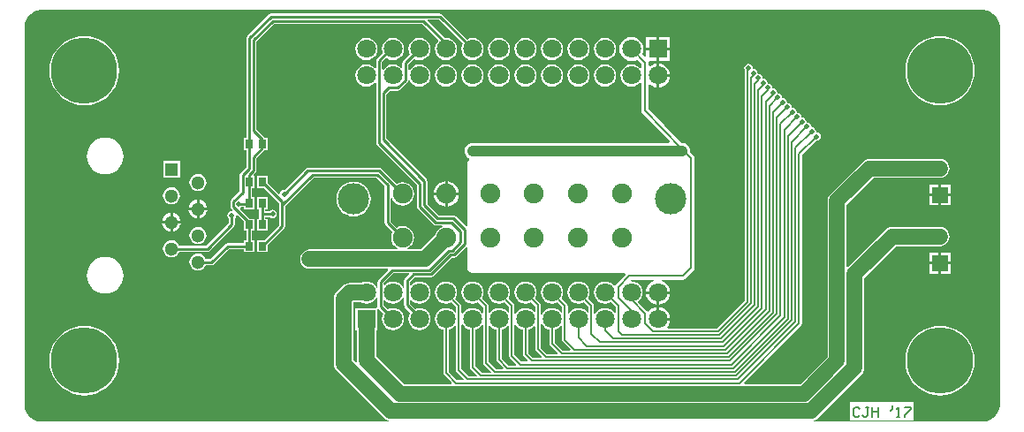
<source format=gtl>
G04 Layer_Physical_Order=1*
G04 Layer_Color=255*
%FSLAX25Y25*%
%MOIN*%
G70*
G01*
G75*
%ADD10R,0.02756X0.03347*%
%ADD11C,0.01000*%
%ADD12C,0.06000*%
%ADD13C,0.00800*%
%ADD14C,0.00700*%
%ADD15C,0.25000*%
%ADD16C,0.05118*%
%ADD17R,0.05118X0.05118*%
%ADD18C,0.07087*%
%ADD19R,0.07087X0.07087*%
%ADD20C,0.11811*%
%ADD21C,0.07480*%
%ADD22C,0.05905*%
%ADD23R,0.05905X0.05905*%
%ADD24C,0.02000*%
%ADD25C,0.03600*%
%ADD26C,0.04000*%
%ADD27C,0.04000*%
G36*
X11381Y-41066D02*
X12045Y-41931D01*
X12911Y-42595D01*
X13918Y-43013D01*
X13980Y-43021D01*
Y-48267D01*
X14058Y-48657D01*
X14279Y-48988D01*
X17130Y-51838D01*
X16938Y-52300D01*
X13153D01*
X10732Y-49880D01*
Y-40807D01*
X11232Y-40708D01*
X11381Y-41066D01*
D02*
G37*
G36*
X18923Y-41491D02*
Y-46856D01*
X19001Y-47246D01*
X19222Y-47577D01*
X22083Y-50438D01*
X21892Y-50900D01*
X19075D01*
X16020Y-47844D01*
Y-43021D01*
X16082Y-43013D01*
X17089Y-42595D01*
X17955Y-41931D01*
X18423Y-41321D01*
X18923Y-41491D01*
D02*
G37*
G36*
X2045Y-41931D02*
X2911Y-42595D01*
X3918Y-43013D01*
X3980Y-43021D01*
Y-52255D01*
X4058Y-52645D01*
X4279Y-52976D01*
X5941Y-54638D01*
X5750Y-55100D01*
X3540D01*
X929Y-52489D01*
Y-41268D01*
X1202Y-41146D01*
X1429Y-41129D01*
X2045Y-41931D01*
D02*
G37*
G36*
X8693Y-41791D02*
Y-50302D01*
X8771Y-50692D01*
X8992Y-51023D01*
X11207Y-53238D01*
X11016Y-53700D01*
X7887D01*
X6020Y-51833D01*
Y-43021D01*
X6082Y-43013D01*
X7090Y-42595D01*
X7955Y-41931D01*
X8193Y-41621D01*
X8693Y-41791D01*
D02*
G37*
G36*
X179165Y77457D02*
X180412Y76941D01*
X181535Y76190D01*
X182490Y75236D01*
X183240Y74113D01*
X183756Y72865D01*
X184020Y71541D01*
Y70866D01*
Y-70866D01*
Y-71541D01*
X183756Y-72865D01*
X183240Y-74113D01*
X182490Y-75236D01*
X181535Y-76190D01*
X180412Y-76941D01*
X179165Y-77457D01*
X177840Y-77721D01*
X113932D01*
X113863Y-77227D01*
X114739Y-76864D01*
X115491Y-76287D01*
X131775Y-60002D01*
X132352Y-59250D01*
X132715Y-58375D01*
X132839Y-57435D01*
X132839Y-57435D01*
Y-23498D01*
X144832Y-11505D01*
X161417D01*
X162357Y-11381D01*
X163233Y-11019D01*
X163985Y-10442D01*
X164562Y-9690D01*
X164925Y-8814D01*
X165048Y-7874D01*
X164925Y-6934D01*
X164562Y-6058D01*
X163985Y-5306D01*
X163233Y-4729D01*
X162357Y-4367D01*
X161417Y-4243D01*
X143328D01*
X142388Y-4367D01*
X141513Y-4729D01*
X140761Y-5306D01*
X126739Y-19328D01*
X126239Y-19189D01*
Y4090D01*
X136392Y14243D01*
X161417D01*
X162357Y14367D01*
X163233Y14729D01*
X163985Y15306D01*
X164562Y16059D01*
X164925Y16934D01*
X165048Y17874D01*
X164925Y18814D01*
X164562Y19690D01*
X163985Y20442D01*
X163233Y21019D01*
X162357Y21381D01*
X161417Y21505D01*
X134888D01*
X133948Y21381D01*
X133072Y21019D01*
X132320Y20442D01*
X120040Y8162D01*
X119463Y7410D01*
X119100Y6534D01*
X118977Y5594D01*
Y-53197D01*
X108685Y-63489D01*
X87616D01*
X87424Y-63027D01*
X108994Y-41457D01*
X109215Y-41126D01*
X109293Y-40736D01*
Y22862D01*
X114719Y28288D01*
X114877Y28257D01*
X115501Y28381D01*
X116030Y28735D01*
X116384Y29264D01*
X116508Y29888D01*
X116384Y30512D01*
X116030Y31042D01*
X115501Y31395D01*
X115128Y31469D01*
X114670Y31727D01*
X114546Y32351D01*
X114192Y32880D01*
X113663Y33234D01*
X113290Y33308D01*
X112831Y33565D01*
X112707Y34189D01*
X112354Y34719D01*
X111824Y35072D01*
X111451Y35146D01*
X110993Y35404D01*
X110869Y36028D01*
X110515Y36557D01*
X109986Y36911D01*
X109362Y37035D01*
X109154Y37242D01*
X109030Y37866D01*
X108677Y38396D01*
X108147Y38749D01*
X107774Y38823D01*
X107316Y39081D01*
X107192Y39705D01*
X106838Y40234D01*
X106309Y40588D01*
X105936Y40662D01*
X105477Y40919D01*
X105353Y41543D01*
X105000Y42072D01*
X104470Y42426D01*
X104097Y42500D01*
X103639Y42757D01*
X103515Y43382D01*
X103161Y43911D01*
X102632Y44265D01*
X102259Y44339D01*
X101800Y44596D01*
X101676Y45220D01*
X101323Y45750D01*
X100793Y46103D01*
X100421Y46177D01*
X99962Y46434D01*
X99838Y47059D01*
X99484Y47588D01*
X98955Y47942D01*
X98582Y48016D01*
X98124Y48273D01*
X97999Y48897D01*
X97646Y49426D01*
X97116Y49780D01*
X96744Y49854D01*
X96285Y50111D01*
X96161Y50736D01*
X95807Y51265D01*
X95278Y51619D01*
X94905Y51693D01*
X94446Y51950D01*
X94322Y52574D01*
X93969Y53103D01*
X93439Y53457D01*
X93067Y53531D01*
X92608Y53788D01*
X92484Y54413D01*
X92130Y54942D01*
X91601Y55295D01*
X91228Y55370D01*
X90769Y55627D01*
X90645Y56251D01*
X90292Y56780D01*
X89763Y57134D01*
X89138Y57258D01*
X88514Y57134D01*
X87985Y56780D01*
X87631Y56251D01*
X87507Y55627D01*
X87631Y55002D01*
X87654Y54968D01*
Y-32047D01*
X77201Y-42500D01*
X58653D01*
X58407Y-42000D01*
X58969Y-41268D01*
X59426Y-40162D01*
X59517Y-39476D01*
X55000D01*
Y-38976D01*
X54500D01*
Y-34460D01*
X53814Y-34550D01*
X52709Y-35008D01*
X51760Y-35736D01*
X51462Y-36124D01*
X50847Y-36104D01*
X50846Y-36103D01*
X47499Y-32756D01*
X47531Y-32257D01*
X47955Y-31931D01*
X48619Y-31066D01*
X49037Y-30058D01*
X49179Y-28976D01*
X49037Y-27895D01*
X48619Y-26887D01*
X47955Y-26021D01*
X47089Y-25357D01*
X46082Y-24940D01*
X45022Y-24800D01*
X44964Y-24728D01*
X44753Y-24326D01*
X44890Y-24141D01*
X53494D01*
X53593Y-24642D01*
X52709Y-25008D01*
X51760Y-25736D01*
X51031Y-26685D01*
X50574Y-27790D01*
X50483Y-28476D01*
X59517D01*
X59426Y-27790D01*
X58969Y-26685D01*
X58240Y-25736D01*
X57291Y-25008D01*
X56407Y-24642D01*
X56506Y-24141D01*
X64457D01*
X64457Y-24141D01*
X65003Y-24033D01*
X65466Y-23723D01*
X68423Y-20767D01*
X68423Y-20767D01*
X68733Y-20304D01*
X68841Y-19758D01*
Y21701D01*
X68841Y21701D01*
X68733Y22247D01*
X68423Y22710D01*
X68423Y22710D01*
X67144Y23989D01*
X67199Y24409D01*
X67096Y25193D01*
X66794Y25922D01*
X66313Y26549D01*
X65686Y27030D01*
X64956Y27332D01*
X64173Y27435D01*
X64169Y27435D01*
X64165Y27435D01*
X63778D01*
X51466Y40251D01*
Y49268D01*
X51966Y49515D01*
X52709Y48945D01*
X53814Y48487D01*
X54500Y48397D01*
Y52913D01*
Y57430D01*
X53814Y57340D01*
X52709Y56882D01*
X51966Y56312D01*
X51466Y56559D01*
Y57875D01*
X51444Y57984D01*
X51762Y58370D01*
X54500D01*
Y62413D01*
X50457D01*
Y60129D01*
X49995Y59937D01*
X49068Y60864D01*
X49426Y61727D01*
X49582Y62913D01*
X49426Y64099D01*
X48969Y65205D01*
X48240Y66154D01*
X47291Y66882D01*
X46186Y67340D01*
X45000Y67496D01*
X43814Y67340D01*
X42709Y66882D01*
X41760Y66154D01*
X41031Y65205D01*
X40574Y64099D01*
X40418Y62913D01*
X40574Y61727D01*
X41031Y60622D01*
X41760Y59673D01*
X42709Y58945D01*
X43814Y58487D01*
X45000Y58331D01*
X46186Y58487D01*
X47050Y58845D01*
X48611Y57284D01*
Y55791D01*
X48138Y55630D01*
X47955Y55868D01*
X47089Y56533D01*
X46082Y56950D01*
X45000Y57092D01*
X43918Y56950D01*
X42911Y56533D01*
X42045Y55868D01*
X41381Y55003D01*
X40963Y53995D01*
X40821Y52913D01*
X40963Y51832D01*
X41381Y50824D01*
X42045Y49958D01*
X42911Y49294D01*
X43918Y48877D01*
X45000Y48734D01*
X46082Y48877D01*
X47089Y49294D01*
X47955Y49958D01*
X48138Y50196D01*
X48611Y50036D01*
Y39677D01*
X48663Y39417D01*
X48709Y39157D01*
X48717Y39145D01*
X48720Y39130D01*
X48867Y38910D01*
X49009Y38688D01*
X59377Y27895D01*
X59181Y27435D01*
X-14921D01*
X-15704Y27332D01*
X-16434Y27030D01*
X-17061Y26549D01*
X-17542Y25922D01*
X-17844Y25193D01*
X-17947Y24409D01*
X-17844Y23626D01*
X-17542Y22896D01*
X-17061Y22270D01*
X-16434Y21789D01*
X-16314Y21739D01*
X-16228Y21162D01*
X-16589Y20801D01*
X-16889Y20077D01*
Y19686D01*
Y-3899D01*
X-17389Y-4106D01*
X-21303Y-192D01*
X-21666Y51D01*
X-22096Y137D01*
X-22096Y137D01*
X-27705D01*
X-32023Y4455D01*
Y13127D01*
X-32108Y13556D01*
X-32351Y13920D01*
X-32351Y13920D01*
X-47499Y29068D01*
Y45857D01*
X-46207Y47148D01*
X-43077D01*
X-43077Y47148D01*
X-42647Y47234D01*
X-42284Y47477D01*
X-39485Y50275D01*
X-39242Y50639D01*
X-39191Y50898D01*
X-38671Y50949D01*
X-38619Y50824D01*
X-37955Y49958D01*
X-37089Y49294D01*
X-36082Y48877D01*
X-35000Y48734D01*
X-33918Y48877D01*
X-32910Y49294D01*
X-32045Y49958D01*
X-31381Y50824D01*
X-30963Y51832D01*
X-30821Y52913D01*
X-30963Y53995D01*
X-31381Y55003D01*
X-32045Y55868D01*
X-32910Y56533D01*
X-33918Y56950D01*
X-35000Y57092D01*
X-36082Y56950D01*
X-37089Y56533D01*
X-37955Y55868D01*
X-38619Y55003D01*
X-38657Y54912D01*
X-39157Y55011D01*
Y57170D01*
X-37050Y59278D01*
X-36082Y58877D01*
X-35000Y58734D01*
X-33918Y58877D01*
X-32910Y59294D01*
X-32045Y59958D01*
X-31381Y60824D01*
X-30963Y61832D01*
X-30821Y62913D01*
X-30963Y63995D01*
X-31381Y65003D01*
X-32045Y65868D01*
X-32910Y66533D01*
X-33918Y66950D01*
X-35000Y67092D01*
X-36082Y66950D01*
X-37089Y66533D01*
X-37955Y65868D01*
X-38619Y65003D01*
X-39037Y63995D01*
X-39179Y62913D01*
X-39037Y61832D01*
X-38636Y60864D01*
X-41072Y58428D01*
X-41315Y58064D01*
X-41400Y57635D01*
X-41400Y57635D01*
Y55806D01*
X-41873Y55645D01*
X-42045Y55868D01*
X-42911Y56533D01*
X-43918Y56950D01*
X-45000Y57092D01*
X-46082Y56950D01*
X-47089Y56533D01*
X-47955Y55868D01*
X-48599Y55030D01*
X-48651Y55027D01*
X-49099Y55250D01*
Y58041D01*
X-47517Y59623D01*
X-47089Y59294D01*
X-46082Y58877D01*
X-45000Y58734D01*
X-43918Y58877D01*
X-42911Y59294D01*
X-42045Y59958D01*
X-41381Y60824D01*
X-40963Y61832D01*
X-40821Y62913D01*
X-40963Y63995D01*
X-41381Y65003D01*
X-42045Y65868D01*
X-42911Y66533D01*
X-43918Y66950D01*
X-45000Y67092D01*
X-46082Y66950D01*
X-47089Y66533D01*
X-47955Y65868D01*
X-48619Y65003D01*
X-49037Y63995D01*
X-49179Y62913D01*
X-49037Y61832D01*
X-48874Y61438D01*
X-51013Y59299D01*
X-51256Y58935D01*
X-51342Y58506D01*
X-51342Y58506D01*
Y55773D01*
X-51842Y55603D01*
X-52045Y55868D01*
X-52911Y56533D01*
X-53918Y56950D01*
X-55000Y57092D01*
X-56082Y56950D01*
X-57090Y56533D01*
X-57955Y55868D01*
X-58619Y55003D01*
X-59037Y53995D01*
X-59179Y52913D01*
X-59037Y51832D01*
X-58619Y50824D01*
X-57955Y49958D01*
X-57090Y49294D01*
X-56082Y48877D01*
X-55000Y48734D01*
X-53918Y48877D01*
X-52911Y49294D01*
X-52045Y49958D01*
X-51842Y50223D01*
X-51342Y50054D01*
Y27427D01*
X-51342Y27427D01*
X-51256Y26998D01*
X-51013Y26634D01*
X-35866Y11486D01*
Y3327D01*
X-35866Y3327D01*
X-35781Y2898D01*
X-35537Y2534D01*
X-29625Y-3378D01*
X-29625Y-3378D01*
X-29261Y-3621D01*
X-28832Y-3706D01*
X-28832Y-3706D01*
X-26439D01*
X-26340Y-4206D01*
X-26992Y-4477D01*
X-27899Y-5172D01*
X-28594Y-6079D01*
X-29032Y-7135D01*
X-29066Y-7395D01*
X-34396Y-12726D01*
X-39454D01*
X-39553Y-12226D01*
X-39150Y-12059D01*
X-38243Y-11363D01*
X-37547Y-10457D01*
X-37110Y-9401D01*
X-36961Y-8268D01*
X-37110Y-7135D01*
X-37547Y-6079D01*
X-38243Y-5172D01*
X-39150Y-4477D01*
X-40206Y-4039D01*
X-41339Y-3890D01*
X-42472Y-4039D01*
X-43527Y-4477D01*
X-43536Y-4484D01*
X-45836Y-2184D01*
Y6478D01*
X-45336Y6577D01*
X-45130Y6079D01*
X-44434Y5172D01*
X-43527Y4477D01*
X-42472Y4039D01*
X-41339Y3890D01*
X-40206Y4039D01*
X-39150Y4477D01*
X-38243Y5172D01*
X-37547Y6079D01*
X-37110Y7135D01*
X-36961Y8268D01*
X-37110Y9401D01*
X-37547Y10457D01*
X-38243Y11363D01*
X-39150Y12059D01*
X-40206Y12496D01*
X-41339Y12645D01*
X-42472Y12496D01*
X-43527Y12059D01*
X-43569Y12027D01*
X-49376Y17834D01*
X-49740Y18077D01*
X-50169Y18162D01*
X-50169Y18162D01*
X-77080D01*
X-77080Y18162D01*
X-77509Y18077D01*
X-77873Y17834D01*
X-77873Y17834D01*
X-85960Y9746D01*
X-85998Y9754D01*
X-86622Y9630D01*
X-87152Y9276D01*
X-87505Y8747D01*
X-87579Y8376D01*
X-88117Y8206D01*
X-92319Y12408D01*
Y15073D01*
X-96275D01*
Y10527D01*
X-93610D01*
X-87886Y4803D01*
Y3923D01*
X-87886Y3923D01*
X-87886Y3923D01*
Y-3482D01*
X-93610Y-9206D01*
X-96275D01*
Y-13753D01*
X-92319D01*
Y-11088D01*
X-85971Y-4740D01*
X-85971Y-4740D01*
X-85728Y-4376D01*
X-85643Y-3947D01*
Y3459D01*
X-74782Y14319D01*
X-51297D01*
X-48079Y11102D01*
Y-2648D01*
X-48079Y-2648D01*
X-47994Y-3078D01*
X-47751Y-3442D01*
X-45123Y-6070D01*
X-45130Y-6079D01*
X-45567Y-7135D01*
X-45716Y-8268D01*
X-45567Y-9401D01*
X-45130Y-10457D01*
X-44434Y-11363D01*
X-43527Y-12059D01*
X-43124Y-12226D01*
X-43223Y-12726D01*
X-76412D01*
X-77352Y-12850D01*
X-78227Y-13213D01*
X-78979Y-13790D01*
X-79556Y-14541D01*
X-79919Y-15417D01*
X-80043Y-16357D01*
X-79919Y-17297D01*
X-79556Y-18173D01*
X-78979Y-18925D01*
X-78227Y-19502D01*
X-77352Y-19864D01*
X-76412Y-19988D01*
X-46956D01*
X-46765Y-20450D01*
X-50436Y-24121D01*
X-50679Y-24485D01*
X-50765Y-24915D01*
X-50765Y-24915D01*
Y-27067D01*
X-51265Y-27167D01*
X-51381Y-26887D01*
X-52045Y-26021D01*
X-52911Y-25357D01*
X-53918Y-24940D01*
X-55000Y-24797D01*
X-56082Y-24940D01*
X-57061Y-25345D01*
X-61357D01*
X-62297Y-25469D01*
X-63173Y-25832D01*
X-63925Y-26409D01*
X-66219Y-28704D01*
X-66796Y-29456D01*
X-67159Y-30331D01*
X-67283Y-31271D01*
Y-55820D01*
X-67159Y-56760D01*
X-66796Y-57635D01*
X-66219Y-58387D01*
X-48320Y-76287D01*
X-48320Y-76287D01*
X-47567Y-76864D01*
X-46692Y-77227D01*
X-46761Y-77721D01*
X-177840D01*
X-179165Y-77457D01*
X-180412Y-76941D01*
X-181535Y-76190D01*
X-182490Y-75236D01*
X-183240Y-74113D01*
X-183756Y-72865D01*
X-184020Y-71541D01*
Y-70866D01*
Y70866D01*
Y71541D01*
X-183756Y72865D01*
X-183240Y74113D01*
X-182490Y75236D01*
X-181535Y76190D01*
X-180412Y76941D01*
X-179165Y77457D01*
X-177840Y77721D01*
X177840D01*
X179165Y77457D01*
D02*
G37*
G36*
X-16889Y-11868D02*
Y-20077D01*
X-16589Y-20801D01*
X-16036Y-21354D01*
X-15313Y-21654D01*
X42463D01*
X42671Y-22153D01*
X38950Y-25874D01*
X38728Y-26207D01*
X38175Y-26308D01*
X37955Y-26021D01*
X37089Y-25357D01*
X36082Y-24940D01*
X35000Y-24797D01*
X33918Y-24940D01*
X32910Y-25357D01*
X32045Y-26021D01*
X31381Y-26887D01*
X30963Y-27895D01*
X30821Y-28976D01*
X30963Y-30058D01*
X31381Y-31066D01*
X32045Y-31931D01*
X32910Y-32596D01*
X33918Y-33013D01*
X35000Y-33155D01*
X36082Y-33013D01*
X37089Y-32596D01*
X37139Y-32557D01*
X38953Y-34371D01*
Y-36500D01*
X38453Y-36670D01*
X37955Y-36021D01*
X37089Y-35357D01*
X36082Y-34940D01*
X35000Y-34797D01*
X33918Y-34940D01*
X32910Y-35357D01*
X32045Y-36021D01*
X31381Y-36887D01*
X31370Y-36914D01*
X30869Y-36815D01*
Y-33826D01*
X30792Y-33436D01*
X30571Y-33105D01*
X28581Y-31115D01*
X28619Y-31066D01*
X29037Y-30058D01*
X29179Y-28976D01*
X29037Y-27895D01*
X28619Y-26887D01*
X27955Y-26021D01*
X27090Y-25357D01*
X26082Y-24940D01*
X25000Y-24797D01*
X23918Y-24940D01*
X22910Y-25357D01*
X22045Y-26021D01*
X21381Y-26887D01*
X20963Y-27895D01*
X20821Y-28976D01*
X20963Y-30058D01*
X21381Y-31066D01*
X22045Y-31931D01*
X22910Y-32596D01*
X23918Y-33013D01*
X25000Y-33155D01*
X26082Y-33013D01*
X27090Y-32596D01*
X27139Y-32557D01*
X28830Y-34249D01*
Y-36341D01*
X28330Y-36511D01*
X27955Y-36021D01*
X27090Y-35357D01*
X26082Y-34940D01*
X25000Y-34797D01*
X23918Y-34940D01*
X22910Y-35357D01*
X22045Y-36021D01*
X21463Y-36780D01*
X20997Y-36671D01*
X20963Y-36652D01*
Y-33919D01*
X20885Y-33529D01*
X20664Y-33198D01*
X18581Y-31115D01*
X18619Y-31066D01*
X19037Y-30058D01*
X19179Y-28976D01*
X19037Y-27895D01*
X18619Y-26887D01*
X17955Y-26021D01*
X17089Y-25357D01*
X16082Y-24940D01*
X15000Y-24797D01*
X13918Y-24940D01*
X12911Y-25357D01*
X12045Y-26021D01*
X11381Y-26887D01*
X10963Y-27895D01*
X10821Y-28976D01*
X10963Y-30058D01*
X11381Y-31066D01*
X12045Y-31931D01*
X12911Y-32596D01*
X13918Y-33013D01*
X15000Y-33155D01*
X16082Y-33013D01*
X17089Y-32596D01*
X17139Y-32557D01*
X18923Y-34342D01*
Y-36462D01*
X18423Y-36632D01*
X17955Y-36021D01*
X17089Y-35357D01*
X16082Y-34940D01*
X15000Y-34797D01*
X13918Y-34940D01*
X12911Y-35357D01*
X12045Y-36021D01*
X11381Y-36887D01*
X11232Y-37245D01*
X10732Y-37146D01*
Y-33689D01*
X10655Y-33299D01*
X10434Y-32968D01*
X8581Y-31115D01*
X8619Y-31066D01*
X9037Y-30058D01*
X9179Y-28976D01*
X9037Y-27895D01*
X8619Y-26887D01*
X7955Y-26021D01*
X7090Y-25357D01*
X6082Y-24940D01*
X5000Y-24797D01*
X3918Y-24940D01*
X2911Y-25357D01*
X2045Y-26021D01*
X1381Y-26887D01*
X963Y-27895D01*
X821Y-28976D01*
X963Y-30058D01*
X1381Y-31066D01*
X2045Y-31931D01*
X2911Y-32596D01*
X3918Y-33013D01*
X5000Y-33155D01*
X6082Y-33013D01*
X7090Y-32596D01*
X7139Y-32557D01*
X8693Y-34111D01*
Y-36162D01*
X8193Y-36332D01*
X7955Y-36021D01*
X7090Y-35357D01*
X6082Y-34940D01*
X5000Y-34797D01*
X3918Y-34940D01*
X2911Y-35357D01*
X2045Y-36021D01*
X1429Y-36824D01*
X1202Y-36807D01*
X929Y-36685D01*
Y-33886D01*
X852Y-33496D01*
X631Y-33165D01*
X-1419Y-31115D01*
X-1381Y-31066D01*
X-963Y-30058D01*
X-821Y-28976D01*
X-963Y-27895D01*
X-1381Y-26887D01*
X-2045Y-26021D01*
X-2911Y-25357D01*
X-3918Y-24940D01*
X-5000Y-24797D01*
X-6082Y-24940D01*
X-7090Y-25357D01*
X-7955Y-26021D01*
X-8619Y-26887D01*
X-9037Y-27895D01*
X-9179Y-28976D01*
X-9037Y-30058D01*
X-8619Y-31066D01*
X-7955Y-31931D01*
X-7090Y-32596D01*
X-6082Y-33013D01*
X-5000Y-33155D01*
X-3918Y-33013D01*
X-2911Y-32596D01*
X-2861Y-32557D01*
X-1110Y-34308D01*
Y-36419D01*
X-1610Y-36588D01*
X-2045Y-36021D01*
X-2911Y-35357D01*
X-3918Y-34940D01*
X-5000Y-34797D01*
X-6082Y-34940D01*
X-7090Y-35357D01*
X-7955Y-36021D01*
X-8407Y-36610D01*
X-8907Y-36440D01*
Y-34050D01*
X-8984Y-33660D01*
X-9205Y-33329D01*
X-11419Y-31115D01*
X-11381Y-31066D01*
X-10963Y-30058D01*
X-10821Y-28976D01*
X-10963Y-27895D01*
X-11381Y-26887D01*
X-12045Y-26021D01*
X-12911Y-25357D01*
X-13918Y-24940D01*
X-15000Y-24797D01*
X-16082Y-24940D01*
X-17089Y-25357D01*
X-17955Y-26021D01*
X-18619Y-26887D01*
X-19037Y-27895D01*
X-19179Y-28976D01*
X-19037Y-30058D01*
X-18619Y-31066D01*
X-17955Y-31931D01*
X-17089Y-32596D01*
X-16082Y-33013D01*
X-15000Y-33155D01*
X-13918Y-33013D01*
X-12911Y-32596D01*
X-12861Y-32557D01*
X-10946Y-34473D01*
Y-36669D01*
X-11109Y-36751D01*
X-11446Y-36802D01*
X-12045Y-36021D01*
X-12911Y-35357D01*
X-13918Y-34940D01*
X-15000Y-34797D01*
X-16082Y-34940D01*
X-17089Y-35357D01*
X-17955Y-36021D01*
X-18611Y-36877D01*
X-18645Y-36881D01*
X-19111Y-36768D01*
Y-33845D01*
X-19189Y-33455D01*
X-19410Y-33125D01*
X-21419Y-31115D01*
X-21381Y-31066D01*
X-20963Y-30058D01*
X-20821Y-28976D01*
X-20963Y-27895D01*
X-21381Y-26887D01*
X-22045Y-26021D01*
X-22910Y-25357D01*
X-23918Y-24940D01*
X-25000Y-24797D01*
X-26082Y-24940D01*
X-27090Y-25357D01*
X-27955Y-26021D01*
X-28619Y-26887D01*
X-29037Y-27895D01*
X-29179Y-28976D01*
X-29037Y-30058D01*
X-28619Y-31066D01*
X-27955Y-31931D01*
X-27090Y-32596D01*
X-26082Y-33013D01*
X-25000Y-33155D01*
X-23918Y-33013D01*
X-22910Y-32596D01*
X-22861Y-32557D01*
X-21150Y-34268D01*
Y-36366D01*
X-21651Y-36536D01*
X-22045Y-36021D01*
X-22910Y-35357D01*
X-23918Y-34940D01*
X-25000Y-34797D01*
X-26082Y-34940D01*
X-27090Y-35357D01*
X-27955Y-36021D01*
X-28619Y-36887D01*
X-29037Y-37895D01*
X-29179Y-38976D01*
X-29037Y-40058D01*
X-28619Y-41066D01*
X-27955Y-41931D01*
X-27090Y-42595D01*
X-26082Y-43013D01*
X-26020Y-43021D01*
Y-59367D01*
X-25942Y-59757D01*
X-25721Y-60087D01*
X-22782Y-63027D01*
X-22973Y-63489D01*
X-40835D01*
X-51369Y-52954D01*
Y-43120D01*
X-50857D01*
Y-35397D01*
X-50669Y-35276D01*
X-50357Y-35206D01*
X-48636Y-36927D01*
X-49037Y-37895D01*
X-49179Y-38976D01*
X-49037Y-40058D01*
X-48619Y-41066D01*
X-47955Y-41931D01*
X-47089Y-42595D01*
X-46082Y-43013D01*
X-45000Y-43155D01*
X-43918Y-43013D01*
X-42911Y-42595D01*
X-42045Y-41931D01*
X-41381Y-41066D01*
X-40963Y-40058D01*
X-40821Y-38976D01*
X-40963Y-37895D01*
X-41381Y-36887D01*
X-42045Y-36021D01*
X-42911Y-35357D01*
X-43918Y-34940D01*
X-45000Y-34797D01*
X-46082Y-34940D01*
X-47050Y-35341D01*
X-48522Y-33869D01*
Y-31971D01*
X-48048Y-31810D01*
X-47955Y-31931D01*
X-47089Y-32596D01*
X-46082Y-33013D01*
X-45000Y-33155D01*
X-43918Y-33013D01*
X-42911Y-32596D01*
X-42045Y-31931D01*
X-41381Y-31066D01*
X-41285Y-30835D01*
X-40785Y-30935D01*
Y-33764D01*
X-40785Y-33764D01*
X-40700Y-34193D01*
X-40457Y-34557D01*
X-38405Y-36608D01*
X-38619Y-36887D01*
X-39037Y-37895D01*
X-39179Y-38976D01*
X-39037Y-40058D01*
X-38619Y-41066D01*
X-37955Y-41931D01*
X-37089Y-42595D01*
X-36082Y-43013D01*
X-35000Y-43155D01*
X-33918Y-43013D01*
X-32910Y-42595D01*
X-32045Y-41931D01*
X-31381Y-41066D01*
X-30963Y-40058D01*
X-30821Y-38976D01*
X-30963Y-37895D01*
X-31381Y-36887D01*
X-32045Y-36021D01*
X-32910Y-35357D01*
X-33918Y-34940D01*
X-35000Y-34797D01*
X-36082Y-34940D01*
X-36662Y-35180D01*
X-38542Y-33299D01*
Y-31944D01*
X-38069Y-31783D01*
X-37955Y-31931D01*
X-37089Y-32596D01*
X-36082Y-33013D01*
X-35000Y-33155D01*
X-33918Y-33013D01*
X-32910Y-32596D01*
X-32045Y-31931D01*
X-31381Y-31066D01*
X-30963Y-30058D01*
X-30821Y-28976D01*
X-30963Y-27895D01*
X-31381Y-26887D01*
X-32045Y-26021D01*
X-32910Y-25357D01*
X-33918Y-24940D01*
X-35000Y-24797D01*
X-36082Y-24940D01*
X-37089Y-25357D01*
X-37955Y-26021D01*
X-38069Y-26170D01*
X-38542Y-26009D01*
Y-24915D01*
X-36806Y-23179D01*
X-30531D01*
X-30531Y-23179D01*
X-30102Y-23093D01*
X-29738Y-22850D01*
X-22723Y-15834D01*
X-22027D01*
X-22027Y-15834D01*
X-21597Y-15749D01*
X-21234Y-15506D01*
X-17389Y-11661D01*
X-16889Y-11868D01*
D02*
G37*
G36*
X-50765Y-30885D02*
Y-34333D01*
X-50765Y-34333D01*
X-50757Y-34374D01*
X-51175Y-34833D01*
X-59143D01*
Y-43120D01*
X-58631D01*
Y-54458D01*
X-58549Y-55080D01*
X-59023Y-55314D01*
X-60021Y-54316D01*
Y-32775D01*
X-59853Y-32607D01*
X-57061D01*
X-56082Y-33013D01*
X-55000Y-33155D01*
X-53918Y-33013D01*
X-52911Y-32596D01*
X-52045Y-31931D01*
X-51381Y-31066D01*
X-51265Y-30786D01*
X-50765Y-30885D01*
D02*
G37*
G36*
X-38840Y-22040D02*
X-40457Y-23658D01*
X-40700Y-24021D01*
X-40785Y-24451D01*
X-40785Y-24451D01*
Y-27018D01*
X-41285Y-27117D01*
X-41381Y-26887D01*
X-42045Y-26021D01*
X-42911Y-25357D01*
X-43918Y-24940D01*
X-45000Y-24797D01*
X-46082Y-24940D01*
X-47089Y-25357D01*
X-47955Y-26021D01*
X-48048Y-26143D01*
X-48522Y-25982D01*
Y-25379D01*
X-44721Y-21579D01*
X-39031D01*
X-38840Y-22040D01*
D02*
G37*
G36*
X-18611Y-41076D02*
X-17955Y-41931D01*
X-17089Y-42595D01*
X-16082Y-43013D01*
X-16020Y-43021D01*
Y-57177D01*
X-15942Y-57567D01*
X-15721Y-57898D01*
X-13380Y-60238D01*
X-13572Y-60700D01*
X-16358D01*
X-19111Y-57947D01*
Y-41184D01*
X-18645Y-41072D01*
X-18611Y-41076D01*
D02*
G37*
G36*
X-21150Y-41587D02*
Y-58369D01*
X-21073Y-58759D01*
X-20852Y-59090D01*
X-18304Y-61638D01*
X-18495Y-62100D01*
X-20824D01*
X-23980Y-58944D01*
Y-43021D01*
X-23918Y-43013D01*
X-22910Y-42595D01*
X-22045Y-41931D01*
X-21651Y-41417D01*
X-21150Y-41587D01*
D02*
G37*
G36*
X-11109Y-41202D02*
X-10946Y-41284D01*
Y-55509D01*
X-10868Y-55899D01*
X-10647Y-56230D01*
X-8039Y-58838D01*
X-8230Y-59300D01*
X-11435D01*
X-13980Y-56754D01*
Y-43021D01*
X-13918Y-43013D01*
X-12911Y-42595D01*
X-12045Y-41931D01*
X-11446Y-41151D01*
X-11109Y-41202D01*
D02*
G37*
G36*
X-1110Y-41534D02*
Y-52912D01*
X-1032Y-53302D01*
X-811Y-53633D01*
X1594Y-56038D01*
X1403Y-56500D01*
X-1414D01*
X-3980Y-53934D01*
Y-43021D01*
X-3918Y-43013D01*
X-2911Y-42595D01*
X-2045Y-41931D01*
X-1610Y-41364D01*
X-1110Y-41534D01*
D02*
G37*
G36*
X-7955Y-41931D02*
X-7090Y-42595D01*
X-6082Y-43013D01*
X-6020Y-43021D01*
Y-54356D01*
X-5942Y-54747D01*
X-5721Y-55077D01*
X-3360Y-57438D01*
X-3551Y-57900D01*
X-6093D01*
X-8907Y-55086D01*
Y-41513D01*
X-8407Y-41343D01*
X-7955Y-41931D01*
D02*
G37*
%LPC*%
G36*
X-125019Y-3004D02*
X-128043D01*
Y-6028D01*
X-127614Y-5971D01*
X-126748Y-5613D01*
X-126005Y-5042D01*
X-125435Y-4299D01*
X-125076Y-3433D01*
X-125019Y-3004D01*
D02*
G37*
G36*
X-129043D02*
X-132067D01*
X-132011Y-3433D01*
X-131652Y-4299D01*
X-131082Y-5042D01*
X-130338Y-5613D01*
X-129472Y-5971D01*
X-129043Y-6028D01*
Y-3004D01*
D02*
G37*
G36*
X-119043Y6020D02*
X-119472Y5963D01*
X-120338Y5605D01*
X-121082Y5034D01*
X-121652Y4291D01*
X-122011Y3425D01*
X-122067Y2996D01*
X-119043D01*
Y6020D01*
D02*
G37*
G36*
X-59842Y12836D02*
X-61118Y12711D01*
X-62344Y12339D01*
X-63474Y11734D01*
X-64465Y10922D01*
X-65278Y9931D01*
X-65882Y8801D01*
X-66254Y7575D01*
X-66379Y6299D01*
X-66254Y5024D01*
X-65882Y3798D01*
X-65278Y2667D01*
X-64465Y1677D01*
X-63474Y864D01*
X-62344Y260D01*
X-61118Y-112D01*
X-59842Y-238D01*
X-58567Y-112D01*
X-57341Y260D01*
X-56211Y864D01*
X-55220Y1677D01*
X-54407Y2667D01*
X-53803Y3798D01*
X-53431Y5024D01*
X-53306Y6299D01*
X-53431Y7575D01*
X-53803Y8801D01*
X-54407Y9931D01*
X-55220Y10922D01*
X-56211Y11734D01*
X-57341Y12339D01*
X-58567Y12711D01*
X-59842Y12836D01*
D02*
G37*
G36*
X-118543Y-4318D02*
X-119368Y-4426D01*
X-120136Y-4744D01*
X-120796Y-5251D01*
X-121303Y-5911D01*
X-121621Y-6679D01*
X-121730Y-7504D01*
X-121621Y-8329D01*
X-121303Y-9097D01*
X-120796Y-9757D01*
X-120136Y-10263D01*
X-119368Y-10582D01*
X-118543Y-10690D01*
X-117719Y-10582D01*
X-116950Y-10263D01*
X-116290Y-9757D01*
X-115784Y-9097D01*
X-115466Y-8329D01*
X-115357Y-7504D01*
X-115466Y-6679D01*
X-115784Y-5911D01*
X-116290Y-5251D01*
X-116950Y-4744D01*
X-117719Y-4426D01*
X-118543Y-4318D01*
D02*
G37*
G36*
X-115019Y1996D02*
X-118043D01*
Y-1028D01*
X-117614Y-971D01*
X-116748Y-613D01*
X-116005Y-42D01*
X-115435Y701D01*
X-115076Y1567D01*
X-115019Y1996D01*
D02*
G37*
G36*
X-119043D02*
X-122067D01*
X-122011Y1567D01*
X-121652Y701D01*
X-121082Y-42D01*
X-120338Y-613D01*
X-119472Y-971D01*
X-119043Y-1028D01*
Y1996D01*
D02*
G37*
G36*
X-128043Y1020D02*
Y-2004D01*
X-125019D01*
X-125076Y-1575D01*
X-125435Y-709D01*
X-126005Y34D01*
X-126748Y605D01*
X-127614Y963D01*
X-128043Y1020D01*
D02*
G37*
G36*
X-92319Y6980D02*
X-96275D01*
Y2434D01*
X-95419D01*
Y-1113D01*
X-96275D01*
Y-5659D01*
X-92319D01*
Y-1113D01*
X-93176D01*
Y-461D01*
X-91543D01*
X-91522Y-493D01*
X-90993Y-847D01*
X-90368Y-971D01*
X-89744Y-847D01*
X-89215Y-493D01*
X-88861Y36D01*
X-88737Y660D01*
X-88861Y1285D01*
X-89215Y1814D01*
X-89744Y2168D01*
X-90368Y2292D01*
X-90993Y2168D01*
X-91522Y1814D01*
X-91543Y1782D01*
X-93176D01*
Y2434D01*
X-92319D01*
Y6980D01*
D02*
G37*
G36*
X-129043Y1020D02*
X-129472Y963D01*
X-130338Y605D01*
X-131082Y34D01*
X-131652Y-709D01*
X-132011Y-1575D01*
X-132067Y-2004D01*
X-129043D01*
Y1020D01*
D02*
G37*
G36*
X55500Y-34460D02*
Y-38476D01*
X59517D01*
X59426Y-37790D01*
X58969Y-36685D01*
X58240Y-35736D01*
X57291Y-35008D01*
X56186Y-34550D01*
X55500Y-34460D01*
D02*
G37*
G36*
X54500Y-29476D02*
X50483D01*
X50574Y-30162D01*
X51031Y-31268D01*
X51760Y-32217D01*
X52709Y-32945D01*
X53814Y-33403D01*
X54500Y-33493D01*
Y-29476D01*
D02*
G37*
G36*
X161417Y-41584D02*
X159362Y-41746D01*
X157357Y-42227D01*
X155452Y-43016D01*
X153693Y-44093D01*
X152126Y-45433D01*
X150786Y-47001D01*
X149709Y-48759D01*
X148920Y-50664D01*
X148439Y-52669D01*
X148277Y-54724D01*
X148439Y-56780D01*
X148920Y-58785D01*
X149709Y-60690D01*
X150786Y-62448D01*
X152126Y-64016D01*
X153693Y-65355D01*
X155452Y-66433D01*
X157357Y-67222D01*
X159362Y-67703D01*
X161417Y-67865D01*
X163473Y-67703D01*
X165478Y-67222D01*
X167383Y-66433D01*
X169141Y-65355D01*
X170709Y-64016D01*
X172048Y-62448D01*
X173126Y-60690D01*
X173915Y-58785D01*
X174396Y-56780D01*
X174558Y-54724D01*
X174396Y-52669D01*
X173915Y-50664D01*
X173126Y-48759D01*
X172048Y-47001D01*
X170709Y-45433D01*
X169141Y-44093D01*
X167383Y-43016D01*
X165478Y-42227D01*
X163473Y-41746D01*
X161417Y-41584D01*
D02*
G37*
G36*
X151599Y-70438D02*
X127423D01*
Y-77120D01*
X151599D01*
Y-70438D01*
D02*
G37*
G36*
X-161417Y-41584D02*
X-163473Y-41746D01*
X-165478Y-42227D01*
X-167383Y-43016D01*
X-169141Y-44093D01*
X-170709Y-45433D01*
X-172048Y-47001D01*
X-173126Y-48759D01*
X-173915Y-50664D01*
X-174396Y-52669D01*
X-174558Y-54724D01*
X-174396Y-56780D01*
X-173915Y-58785D01*
X-173126Y-60690D01*
X-172048Y-62448D01*
X-170709Y-64016D01*
X-169141Y-65355D01*
X-167383Y-66433D01*
X-165478Y-67222D01*
X-163473Y-67703D01*
X-161417Y-67865D01*
X-159362Y-67703D01*
X-157357Y-67222D01*
X-155452Y-66433D01*
X-153693Y-65355D01*
X-152126Y-64016D01*
X-150786Y-62448D01*
X-149709Y-60690D01*
X-148920Y-58785D01*
X-148439Y-56780D01*
X-148277Y-54724D01*
X-148439Y-52669D01*
X-148920Y-50664D01*
X-149709Y-48759D01*
X-150786Y-47001D01*
X-152126Y-45433D01*
X-153693Y-44093D01*
X-155452Y-43016D01*
X-157357Y-42227D01*
X-159362Y-41746D01*
X-161417Y-41584D01*
D02*
G37*
G36*
X59517Y-29476D02*
X55500D01*
Y-33493D01*
X56186Y-33403D01*
X57291Y-32945D01*
X58240Y-32217D01*
X58969Y-31268D01*
X59426Y-30162D01*
X59517Y-29476D01*
D02*
G37*
G36*
X160917Y-13921D02*
X157465D01*
Y-17374D01*
X160917D01*
Y-13921D01*
D02*
G37*
G36*
X165370D02*
X161917D01*
Y-17374D01*
X165370D01*
Y-13921D01*
D02*
G37*
G36*
Y-18374D02*
X161917D01*
Y-21827D01*
X165370D01*
Y-18374D01*
D02*
G37*
G36*
X-153543Y-15571D02*
X-154896Y-15705D01*
X-156196Y-16099D01*
X-157395Y-16740D01*
X-158445Y-17602D01*
X-159308Y-18652D01*
X-159948Y-19851D01*
X-160343Y-21151D01*
X-160476Y-22504D01*
X-160343Y-23856D01*
X-159948Y-25157D01*
X-159308Y-26355D01*
X-158445Y-27406D01*
X-157395Y-28268D01*
X-156196Y-28909D01*
X-154896Y-29303D01*
X-153543Y-29436D01*
X-152191Y-29303D01*
X-150890Y-28909D01*
X-149692Y-28268D01*
X-148641Y-27406D01*
X-147779Y-26355D01*
X-147138Y-25157D01*
X-146744Y-23856D01*
X-146611Y-22504D01*
X-146744Y-21151D01*
X-147138Y-19851D01*
X-147779Y-18652D01*
X-148641Y-17602D01*
X-149692Y-16740D01*
X-150890Y-16099D01*
X-152191Y-15705D01*
X-153543Y-15571D01*
D02*
G37*
G36*
X160917Y-18374D02*
X157465D01*
Y-21827D01*
X160917D01*
Y-18374D01*
D02*
G37*
G36*
X-118043Y6020D02*
Y2996D01*
X-115019D01*
X-115076Y3425D01*
X-115435Y4291D01*
X-116005Y5034D01*
X-116748Y5605D01*
X-117614Y5963D01*
X-118043Y6020D01*
D02*
G37*
G36*
X55500Y57430D02*
Y53413D01*
X59517D01*
X59426Y54099D01*
X58969Y55205D01*
X58240Y56154D01*
X57291Y56882D01*
X56186Y57340D01*
X55500Y57430D01*
D02*
G37*
G36*
X35000Y57092D02*
X33918Y56950D01*
X32910Y56533D01*
X32045Y55868D01*
X31381Y55003D01*
X30963Y53995D01*
X30821Y52913D01*
X30963Y51832D01*
X31381Y50824D01*
X32045Y49958D01*
X32910Y49294D01*
X33918Y48877D01*
X35000Y48734D01*
X36082Y48877D01*
X37089Y49294D01*
X37955Y49958D01*
X38619Y50824D01*
X39037Y51832D01*
X39179Y52913D01*
X39037Y53995D01*
X38619Y55003D01*
X37955Y55868D01*
X37089Y56533D01*
X36082Y56950D01*
X35000Y57092D01*
D02*
G37*
G36*
X-55000Y67092D02*
X-56082Y66950D01*
X-57090Y66533D01*
X-57955Y65868D01*
X-58619Y65003D01*
X-59037Y63995D01*
X-59179Y62913D01*
X-59037Y61832D01*
X-58619Y60824D01*
X-57955Y59958D01*
X-57090Y59294D01*
X-56082Y58877D01*
X-55000Y58734D01*
X-53918Y58877D01*
X-52911Y59294D01*
X-52045Y59958D01*
X-51381Y60824D01*
X-50963Y61832D01*
X-50821Y62913D01*
X-50963Y63995D01*
X-51381Y65003D01*
X-52045Y65868D01*
X-52911Y66533D01*
X-53918Y66950D01*
X-55000Y67092D01*
D02*
G37*
G36*
X59543Y62413D02*
X55500D01*
Y58370D01*
X59543D01*
Y62413D01*
D02*
G37*
G36*
X5000Y57092D02*
X3918Y56950D01*
X2911Y56533D01*
X2045Y55868D01*
X1381Y55003D01*
X963Y53995D01*
X821Y52913D01*
X963Y51832D01*
X1381Y50824D01*
X2045Y49958D01*
X2911Y49294D01*
X3918Y48877D01*
X5000Y48734D01*
X6082Y48877D01*
X7090Y49294D01*
X7955Y49958D01*
X8619Y50824D01*
X9037Y51832D01*
X9179Y52913D01*
X9037Y53995D01*
X8619Y55003D01*
X7955Y55868D01*
X7090Y56533D01*
X6082Y56950D01*
X5000Y57092D01*
D02*
G37*
G36*
X-5000D02*
X-6082Y56950D01*
X-7090Y56533D01*
X-7955Y55868D01*
X-8619Y55003D01*
X-9037Y53995D01*
X-9179Y52913D01*
X-9037Y51832D01*
X-8619Y50824D01*
X-7955Y49958D01*
X-7090Y49294D01*
X-6082Y48877D01*
X-5000Y48734D01*
X-3918Y48877D01*
X-2911Y49294D01*
X-2045Y49958D01*
X-1381Y50824D01*
X-963Y51832D01*
X-821Y52913D01*
X-963Y53995D01*
X-1381Y55003D01*
X-2045Y55868D01*
X-2911Y56533D01*
X-3918Y56950D01*
X-5000Y57092D01*
D02*
G37*
G36*
X25000D02*
X23918Y56950D01*
X22910Y56533D01*
X22045Y55868D01*
X21381Y55003D01*
X20963Y53995D01*
X20821Y52913D01*
X20963Y51832D01*
X21381Y50824D01*
X22045Y49958D01*
X22910Y49294D01*
X23918Y48877D01*
X25000Y48734D01*
X26082Y48877D01*
X27090Y49294D01*
X27955Y49958D01*
X28619Y50824D01*
X29037Y51832D01*
X29179Y52913D01*
X29037Y53995D01*
X28619Y55003D01*
X27955Y55868D01*
X27090Y56533D01*
X26082Y56950D01*
X25000Y57092D01*
D02*
G37*
G36*
X15000D02*
X13918Y56950D01*
X12911Y56533D01*
X12045Y55868D01*
X11381Y55003D01*
X10963Y53995D01*
X10821Y52913D01*
X10963Y51832D01*
X11381Y50824D01*
X12045Y49958D01*
X12911Y49294D01*
X13918Y48877D01*
X15000Y48734D01*
X16082Y48877D01*
X17089Y49294D01*
X17955Y49958D01*
X18619Y50824D01*
X19037Y51832D01*
X19179Y52913D01*
X19037Y53995D01*
X18619Y55003D01*
X17955Y55868D01*
X17089Y56533D01*
X16082Y56950D01*
X15000Y57092D01*
D02*
G37*
G36*
X54500Y67457D02*
X50457D01*
Y63413D01*
X54500D01*
Y67457D01*
D02*
G37*
G36*
X35000Y67092D02*
X33918Y66950D01*
X32910Y66533D01*
X32045Y65868D01*
X31381Y65003D01*
X30963Y63995D01*
X30821Y62913D01*
X30963Y61832D01*
X31381Y60824D01*
X32045Y59958D01*
X32910Y59294D01*
X33918Y58877D01*
X35000Y58734D01*
X36082Y58877D01*
X37089Y59294D01*
X37955Y59958D01*
X38619Y60824D01*
X39037Y61832D01*
X39179Y62913D01*
X39037Y63995D01*
X38619Y65003D01*
X37955Y65868D01*
X37089Y66533D01*
X36082Y66950D01*
X35000Y67092D01*
D02*
G37*
G36*
X-27244Y76279D02*
X-27244Y76279D01*
X-90985D01*
X-90985Y76279D01*
X-91414Y76193D01*
X-91778Y75950D01*
X-91778Y75950D01*
X-99975Y67753D01*
X-100218Y67390D01*
X-100303Y66961D01*
X-100303Y66960D01*
Y29273D01*
X-101196D01*
Y24727D01*
X-100303D01*
Y18320D01*
X-102489Y16134D01*
X-102732Y15770D01*
X-102818Y15341D01*
X-102818Y15341D01*
Y10671D01*
X-102818Y10671D01*
X-102817Y10667D01*
Y9316D01*
X-106056Y6078D01*
X-106299Y5714D01*
X-106384Y5284D01*
X-106384Y5284D01*
Y3545D01*
X-106384Y3545D01*
X-106299Y3115D01*
X-106056Y2752D01*
X-105448Y2144D01*
X-105694Y1683D01*
X-105793Y1703D01*
X-106418Y1578D01*
X-106947Y1225D01*
X-107300Y696D01*
X-107425Y71D01*
X-107300Y-553D01*
X-106947Y-1082D01*
X-106915Y-1104D01*
Y-2842D01*
X-115455Y-11382D01*
X-125589D01*
X-125784Y-10911D01*
X-126290Y-10251D01*
X-126950Y-9745D01*
X-127719Y-9426D01*
X-128543Y-9318D01*
X-129368Y-9426D01*
X-130137Y-9745D01*
X-130796Y-10251D01*
X-131303Y-10911D01*
X-131621Y-11679D01*
X-131730Y-12504D01*
X-131621Y-13329D01*
X-131303Y-14097D01*
X-130796Y-14757D01*
X-130137Y-15263D01*
X-129368Y-15582D01*
X-128543Y-15690D01*
X-127719Y-15582D01*
X-126950Y-15263D01*
X-126290Y-14757D01*
X-125784Y-14097D01*
X-125589Y-13625D01*
X-114991D01*
X-114990Y-13625D01*
X-114561Y-13540D01*
X-114198Y-13297D01*
X-105000Y-4100D01*
X-105000Y-4100D01*
X-104757Y-3736D01*
X-104672Y-3307D01*
X-104672Y-3307D01*
Y-1104D01*
X-104640Y-1082D01*
X-104286Y-553D01*
X-104162Y71D01*
X-104182Y170D01*
X-103721Y417D01*
X-101196Y-2108D01*
Y-5659D01*
X-100340D01*
Y-9206D01*
X-101196D01*
Y-10358D01*
X-107369D01*
X-107798Y-10443D01*
X-108162Y-10686D01*
X-108162Y-10686D01*
X-113858Y-16382D01*
X-115588D01*
X-115784Y-15911D01*
X-116290Y-15251D01*
X-116950Y-14744D01*
X-117719Y-14426D01*
X-118543Y-14318D01*
X-119368Y-14426D01*
X-120136Y-14744D01*
X-120796Y-15251D01*
X-121303Y-15911D01*
X-121621Y-16679D01*
X-121730Y-17504D01*
X-121621Y-18329D01*
X-121303Y-19097D01*
X-120796Y-19757D01*
X-120136Y-20263D01*
X-119368Y-20582D01*
X-118543Y-20690D01*
X-117719Y-20582D01*
X-116950Y-20263D01*
X-116290Y-19757D01*
X-115784Y-19097D01*
X-115588Y-18625D01*
X-113394D01*
X-113394Y-18625D01*
X-112964Y-18540D01*
X-112601Y-18297D01*
X-106905Y-12601D01*
X-101196D01*
Y-13753D01*
X-97240D01*
Y-9206D01*
X-98097D01*
Y-5659D01*
X-97240D01*
Y-1113D01*
X-99019D01*
X-102564Y2431D01*
X-102415Y2990D01*
X-102009Y3261D01*
X-101988Y3293D01*
X-101196D01*
Y2434D01*
X-97240D01*
Y6980D01*
X-98097D01*
Y10527D01*
X-97240D01*
Y15073D01*
X-97408D01*
X-97615Y15573D01*
X-96789Y16400D01*
X-96789Y16400D01*
X-96546Y16764D01*
X-96460Y17193D01*
Y21734D01*
X-93468Y24727D01*
X-92319D01*
Y29273D01*
X-93184D01*
X-93186Y29282D01*
X-93429Y29646D01*
X-96460Y32677D01*
Y65833D01*
X-89858Y72436D01*
X-34056D01*
X-27926Y66306D01*
X-27955Y65868D01*
X-28619Y65003D01*
X-29037Y63995D01*
X-29179Y62913D01*
X-29037Y61832D01*
X-28619Y60824D01*
X-27955Y59958D01*
X-27090Y59294D01*
X-26082Y58877D01*
X-25000Y58734D01*
X-23918Y58877D01*
X-22910Y59294D01*
X-22045Y59958D01*
X-21381Y60824D01*
X-20963Y61832D01*
X-20821Y62913D01*
X-20963Y63995D01*
X-21381Y65003D01*
X-22045Y65868D01*
X-22910Y66533D01*
X-23918Y66950D01*
X-25000Y67092D01*
X-25478Y67030D01*
X-32022Y73574D01*
X-31831Y74036D01*
X-27709D01*
X-18636Y64963D01*
X-19037Y63995D01*
X-19179Y62913D01*
X-19037Y61832D01*
X-18619Y60824D01*
X-17955Y59958D01*
X-17089Y59294D01*
X-16082Y58877D01*
X-15000Y58734D01*
X-13918Y58877D01*
X-12911Y59294D01*
X-12045Y59958D01*
X-11381Y60824D01*
X-10963Y61832D01*
X-10821Y62913D01*
X-10963Y63995D01*
X-11381Y65003D01*
X-12045Y65868D01*
X-12911Y66533D01*
X-13918Y66950D01*
X-15000Y67092D01*
X-16082Y66950D01*
X-17050Y66549D01*
X-26451Y75950D01*
X-26815Y76193D01*
X-27244Y76279D01*
D02*
G37*
G36*
X59543Y67457D02*
X55500D01*
Y63413D01*
X59543D01*
Y67457D01*
D02*
G37*
G36*
X5000Y67092D02*
X3918Y66950D01*
X2911Y66533D01*
X2045Y65868D01*
X1381Y65003D01*
X963Y63995D01*
X821Y62913D01*
X963Y61832D01*
X1381Y60824D01*
X2045Y59958D01*
X2911Y59294D01*
X3918Y58877D01*
X5000Y58734D01*
X6082Y58877D01*
X7090Y59294D01*
X7955Y59958D01*
X8619Y60824D01*
X9037Y61832D01*
X9179Y62913D01*
X9037Y63995D01*
X8619Y65003D01*
X7955Y65868D01*
X7090Y66533D01*
X6082Y66950D01*
X5000Y67092D01*
D02*
G37*
G36*
X-5000D02*
X-6082Y66950D01*
X-7090Y66533D01*
X-7955Y65868D01*
X-8619Y65003D01*
X-9037Y63995D01*
X-9179Y62913D01*
X-9037Y61832D01*
X-8619Y60824D01*
X-7955Y59958D01*
X-7090Y59294D01*
X-6082Y58877D01*
X-5000Y58734D01*
X-3918Y58877D01*
X-2911Y59294D01*
X-2045Y59958D01*
X-1381Y60824D01*
X-963Y61832D01*
X-821Y62913D01*
X-963Y63995D01*
X-1381Y65003D01*
X-2045Y65868D01*
X-2911Y66533D01*
X-3918Y66950D01*
X-5000Y67092D01*
D02*
G37*
G36*
X25000D02*
X23918Y66950D01*
X22910Y66533D01*
X22045Y65868D01*
X21381Y65003D01*
X20963Y63995D01*
X20821Y62913D01*
X20963Y61832D01*
X21381Y60824D01*
X22045Y59958D01*
X22910Y59294D01*
X23918Y58877D01*
X25000Y58734D01*
X26082Y58877D01*
X27090Y59294D01*
X27955Y59958D01*
X28619Y60824D01*
X29037Y61832D01*
X29179Y62913D01*
X29037Y63995D01*
X28619Y65003D01*
X27955Y65868D01*
X27090Y66533D01*
X26082Y66950D01*
X25000Y67092D01*
D02*
G37*
G36*
X15000D02*
X13918Y66950D01*
X12911Y66533D01*
X12045Y65868D01*
X11381Y65003D01*
X10963Y63995D01*
X10821Y62913D01*
X10963Y61832D01*
X11381Y60824D01*
X12045Y59958D01*
X12911Y59294D01*
X13918Y58877D01*
X15000Y58734D01*
X16082Y58877D01*
X17089Y59294D01*
X17955Y59958D01*
X18619Y60824D01*
X19037Y61832D01*
X19179Y62913D01*
X19037Y63995D01*
X18619Y65003D01*
X17955Y65868D01*
X17089Y66533D01*
X16082Y66950D01*
X15000Y67092D01*
D02*
G37*
G36*
X-15000Y57092D02*
X-16082Y56950D01*
X-17089Y56533D01*
X-17955Y55868D01*
X-18619Y55003D01*
X-19037Y53995D01*
X-19179Y52913D01*
X-19037Y51832D01*
X-18619Y50824D01*
X-17955Y49958D01*
X-17089Y49294D01*
X-16082Y48877D01*
X-15000Y48734D01*
X-13918Y48877D01*
X-12911Y49294D01*
X-12045Y49958D01*
X-11381Y50824D01*
X-10963Y51832D01*
X-10821Y52913D01*
X-10963Y53995D01*
X-11381Y55003D01*
X-12045Y55868D01*
X-12911Y56533D01*
X-13918Y56950D01*
X-15000Y57092D01*
D02*
G37*
G36*
X160917Y11827D02*
X157465D01*
Y8374D01*
X160917D01*
Y11827D01*
D02*
G37*
G36*
X-128543Y10682D02*
X-129368Y10574D01*
X-130137Y10255D01*
X-130796Y9749D01*
X-131303Y9089D01*
X-131621Y8321D01*
X-131730Y7496D01*
X-131621Y6671D01*
X-131303Y5903D01*
X-130796Y5243D01*
X-130137Y4737D01*
X-129368Y4418D01*
X-128543Y4310D01*
X-127719Y4418D01*
X-126950Y4737D01*
X-126290Y5243D01*
X-125784Y5903D01*
X-125466Y6671D01*
X-125357Y7496D01*
X-125466Y8321D01*
X-125784Y9089D01*
X-126290Y9749D01*
X-126950Y10255D01*
X-127719Y10574D01*
X-128543Y10682D01*
D02*
G37*
G36*
X-25303Y12983D02*
X-26041Y12886D01*
X-27194Y12408D01*
X-28184Y11648D01*
X-28944Y10658D01*
X-29421Y9505D01*
X-29518Y8768D01*
X-25303D01*
Y12983D01*
D02*
G37*
G36*
X165370Y11827D02*
X161917D01*
Y8374D01*
X165370D01*
Y11827D01*
D02*
G37*
G36*
X-20088Y7768D02*
X-24303D01*
Y3553D01*
X-23566Y3650D01*
X-22413Y4127D01*
X-21422Y4887D01*
X-20663Y5877D01*
X-20185Y7030D01*
X-20088Y7768D01*
D02*
G37*
G36*
X-25303D02*
X-29518D01*
X-29421Y7030D01*
X-28944Y5877D01*
X-28184Y4887D01*
X-27194Y4127D01*
X-26041Y3650D01*
X-25303Y3553D01*
Y7768D01*
D02*
G37*
G36*
X165370Y7374D02*
X161917D01*
Y3921D01*
X165370D01*
Y7374D01*
D02*
G37*
G36*
X160917D02*
X157465D01*
Y3921D01*
X160917D01*
Y7374D01*
D02*
G37*
G36*
X161417Y67865D02*
X159362Y67703D01*
X157357Y67222D01*
X155452Y66433D01*
X153693Y65355D01*
X152126Y64016D01*
X150786Y62448D01*
X149709Y60690D01*
X148920Y58785D01*
X148439Y56780D01*
X148277Y54724D01*
X148439Y52669D01*
X148920Y50664D01*
X149709Y48759D01*
X150786Y47001D01*
X152126Y45433D01*
X153693Y44093D01*
X155452Y43016D01*
X157357Y42227D01*
X159362Y41746D01*
X161417Y41584D01*
X163473Y41746D01*
X165478Y42227D01*
X167383Y43016D01*
X169141Y44093D01*
X170709Y45433D01*
X172048Y47001D01*
X173126Y48759D01*
X173915Y50664D01*
X174396Y52669D01*
X174558Y54724D01*
X174396Y56780D01*
X173915Y58785D01*
X173126Y60690D01*
X172048Y62448D01*
X170709Y64016D01*
X169141Y65355D01*
X167383Y66433D01*
X165478Y67222D01*
X163473Y67703D01*
X161417Y67865D01*
D02*
G37*
G36*
X-161417D02*
X-163473Y67703D01*
X-165478Y67222D01*
X-167383Y66433D01*
X-169141Y65355D01*
X-170709Y64016D01*
X-172048Y62448D01*
X-173126Y60690D01*
X-173915Y58785D01*
X-174396Y56780D01*
X-174558Y54724D01*
X-174396Y52669D01*
X-173915Y50664D01*
X-173126Y48759D01*
X-172048Y47001D01*
X-170709Y45433D01*
X-169141Y44093D01*
X-167383Y43016D01*
X-165478Y42227D01*
X-163473Y41746D01*
X-161417Y41584D01*
X-159362Y41746D01*
X-157357Y42227D01*
X-155452Y43016D01*
X-153693Y44093D01*
X-152126Y45433D01*
X-150786Y47001D01*
X-149709Y48759D01*
X-148920Y50664D01*
X-148439Y52669D01*
X-148277Y54724D01*
X-148439Y56780D01*
X-148920Y58785D01*
X-149709Y60690D01*
X-150786Y62448D01*
X-152126Y64016D01*
X-153693Y65355D01*
X-155452Y66433D01*
X-157357Y67222D01*
X-159362Y67703D01*
X-161417Y67865D01*
D02*
G37*
G36*
X-25000Y57092D02*
X-26082Y56950D01*
X-27090Y56533D01*
X-27955Y55868D01*
X-28619Y55003D01*
X-29037Y53995D01*
X-29179Y52913D01*
X-29037Y51832D01*
X-28619Y50824D01*
X-27955Y49958D01*
X-27090Y49294D01*
X-26082Y48877D01*
X-25000Y48734D01*
X-23918Y48877D01*
X-22910Y49294D01*
X-22045Y49958D01*
X-21381Y50824D01*
X-20963Y51832D01*
X-20821Y52913D01*
X-20963Y53995D01*
X-21381Y55003D01*
X-22045Y55868D01*
X-22910Y56533D01*
X-23918Y56950D01*
X-25000Y57092D01*
D02*
G37*
G36*
X59517Y52413D02*
X55500D01*
Y48397D01*
X56186Y48487D01*
X57291Y48945D01*
X58240Y49673D01*
X58969Y50622D01*
X59426Y51727D01*
X59517Y52413D01*
D02*
G37*
G36*
X-118543Y15682D02*
X-119368Y15574D01*
X-120136Y15256D01*
X-120796Y14749D01*
X-121303Y14089D01*
X-121621Y13321D01*
X-121730Y12496D01*
X-121621Y11671D01*
X-121303Y10903D01*
X-120796Y10243D01*
X-120136Y9737D01*
X-119368Y9418D01*
X-118543Y9310D01*
X-117719Y9418D01*
X-116950Y9737D01*
X-116290Y10243D01*
X-115784Y10903D01*
X-115466Y11671D01*
X-115357Y12496D01*
X-115466Y13321D01*
X-115784Y14089D01*
X-116290Y14749D01*
X-116950Y15256D01*
X-117719Y15574D01*
X-118543Y15682D01*
D02*
G37*
G36*
X-24303Y12983D02*
Y8768D01*
X-20088D01*
X-20185Y9505D01*
X-20663Y10658D01*
X-21422Y11648D01*
X-22413Y12408D01*
X-23566Y12886D01*
X-24303Y12983D01*
D02*
G37*
G36*
X-153543Y29436D02*
X-154896Y29303D01*
X-156196Y28909D01*
X-157395Y28268D01*
X-158445Y27406D01*
X-159308Y26355D01*
X-159948Y25157D01*
X-160343Y23856D01*
X-160476Y22504D01*
X-160343Y21151D01*
X-159948Y19851D01*
X-159308Y18652D01*
X-158445Y17602D01*
X-157395Y16740D01*
X-156196Y16099D01*
X-154896Y15705D01*
X-153543Y15571D01*
X-152191Y15705D01*
X-150890Y16099D01*
X-149692Y16740D01*
X-148641Y17602D01*
X-147779Y18652D01*
X-147138Y19851D01*
X-146744Y21151D01*
X-146611Y22504D01*
X-146744Y23856D01*
X-147138Y25157D01*
X-147779Y26355D01*
X-148641Y27406D01*
X-149692Y28268D01*
X-150890Y28909D01*
X-152191Y29303D01*
X-153543Y29436D01*
D02*
G37*
G36*
X-125384Y20655D02*
X-131702D01*
Y14337D01*
X-125384D01*
Y20655D01*
D02*
G37*
%LPD*%
D10*
X-94297Y27000D02*
D03*
X-99218D02*
D03*
X-94297Y12800D02*
D03*
X-99218D02*
D03*
X-94297Y-3386D02*
D03*
X-99218D02*
D03*
X-94297Y-11479D02*
D03*
X-99218D02*
D03*
X-94297Y4707D02*
D03*
X-99218D02*
D03*
D11*
X-94222Y25558D02*
Y28853D01*
X-105793Y-3307D02*
Y71D01*
X-114990Y-12504D02*
X-105793Y-3307D01*
X-128543Y-12504D02*
X-114990D01*
X-86764Y3923D02*
Y5268D01*
X-75247Y15441D02*
X-50832D01*
X-86764Y3923D02*
X-75247Y15441D01*
X-85998Y8122D02*
X-77080Y17041D01*
X-86764Y-3947D02*
Y3923D01*
X-50832Y15441D02*
X-46958Y11566D01*
Y-2648D02*
Y11566D01*
X-50169Y17041D02*
X-41396Y8268D01*
X-77080Y17041D02*
X-50169D01*
X-46958Y-2648D02*
X-41339Y-8268D01*
X-94297Y12800D02*
X-86764Y5268D01*
X-41396Y8268D02*
X-41339D01*
X-94297Y660D02*
X-90368D01*
X-94297D02*
Y4707D01*
X-31194Y-20457D02*
X-23850Y-13113D01*
X-49643Y-34333D02*
Y-24915D01*
Y-34333D02*
X-45000Y-38976D01*
X-49643Y-24915D02*
X-45186Y-20457D01*
X-31194D01*
X-39664Y-33764D02*
X-35000Y-38428D01*
X-39664Y-33764D02*
Y-24451D01*
X-37270Y-22057D01*
X-35000Y-38976D02*
Y-38428D01*
X-37270Y-22057D02*
X-30531D01*
X-23187Y-14713D01*
X-23850Y-13113D02*
X-22689D01*
X-23187Y-14713D02*
X-22027D01*
X-22689Y-13113D02*
X-19519Y-9943D01*
X-22027Y-14713D02*
X-17919Y-10605D01*
X-50220Y58506D02*
X-45812Y62913D01*
X-45000D01*
X-40279Y57635D02*
X-35000Y62913D01*
X-17919Y-10605D02*
Y-5161D01*
X-28169Y-985D02*
X-22096D01*
X-17919Y-5161D01*
X-28832Y-2585D02*
X-22758D01*
X-19519Y-5824D01*
Y-9943D02*
Y-5824D01*
X-118543Y-17504D02*
X-113394D01*
X-107369Y-11479D01*
X-99218D01*
X-25000Y-38976D02*
Y-38717D01*
X-103163Y4415D02*
X-99511D01*
X-99218Y4707D01*
X-25000Y62913D02*
Y64966D01*
X-48620Y46322D02*
X-46672Y48270D01*
X-43077D01*
X-40279Y51068D01*
Y57635D01*
X-105263Y3545D02*
Y5284D01*
X-101696Y8852D01*
Y10671D01*
X-101696Y10671D02*
X-101696Y10671D01*
X-101696Y10671D02*
Y15341D01*
X-94297Y-3386D02*
Y660D01*
Y-11479D02*
X-86764Y-3947D01*
X-99218Y-3386D02*
Y-2500D01*
X-105263Y3545D02*
X-99218Y-2500D01*
Y-11479D02*
Y-3386D01*
Y4707D02*
Y12800D01*
Y15556D01*
X-101696Y15341D02*
X-99182Y17856D01*
X-97582Y32212D02*
X-94222Y28853D01*
X-99218Y15556D02*
X-97582Y17193D01*
Y22199D01*
X-94222Y25558D01*
X-97582Y32212D02*
Y66298D01*
X-90322Y73557D01*
X-33592D01*
X-25000Y64966D01*
X-99182Y66961D02*
X-90985Y75157D01*
X-27244D01*
X-15000Y62913D01*
X-99182Y17856D02*
Y66961D01*
X-33144Y3990D02*
X-28169Y-985D01*
X-48620Y28603D02*
Y46322D01*
Y28603D02*
X-33144Y13127D01*
Y3990D02*
Y13127D01*
X-50220Y27427D02*
Y58506D01*
X-34744Y3327D02*
X-28832Y-2585D01*
X-34744Y3327D02*
Y11951D01*
X-50220Y27427D02*
X-34744Y11951D01*
D12*
X-61357Y-28976D02*
X-55000D01*
X-63652Y-31271D02*
X-61357Y-28976D01*
X129208Y-21994D02*
X143328Y-7874D01*
X129208Y-57435D02*
Y-21994D01*
X-63652Y-55820D02*
Y-31271D01*
X143328Y-7874D02*
X161417D01*
X-55000Y-54458D02*
Y-38976D01*
X-76412Y-16357D02*
X-32893D01*
X-24803Y-8268D01*
X122608Y-54701D02*
Y5594D01*
X134888Y17874D01*
X161417D01*
X-45752Y-73720D02*
X112923D01*
X-42338Y-67120D02*
X110189D01*
X-55000Y-54458D02*
X-42338Y-67120D01*
X110189D02*
X122608Y-54701D01*
X-63652Y-55820D02*
X-45752Y-73720D01*
X112923D02*
X129208Y-57435D01*
D13*
X88674Y-32469D02*
Y55162D01*
X108273Y23285D02*
X114877Y29888D01*
X106874Y-40008D02*
Y25562D01*
X113038Y31727D01*
X105473Y-39428D02*
Y27839D01*
X111200Y33565D01*
X104074Y-38848D02*
Y30116D01*
X109362Y35403D01*
X102673Y32392D02*
X107523Y37242D01*
X101274Y-37688D02*
Y34670D01*
X105684Y39081D01*
X98331Y45586D02*
Y46434D01*
X99874Y36946D02*
X103846Y40919D01*
X96492Y47424D02*
Y48273D01*
X94274Y45206D02*
X96492Y47424D01*
X98474Y-36529D02*
Y39223D01*
X102007Y42757D01*
X94654Y49263D02*
Y50111D01*
X92874Y47483D02*
X94654Y49263D01*
X95674Y42929D02*
X98331Y45586D01*
X97074Y41500D02*
X100169Y44596D01*
X92815Y51101D02*
Y51950D01*
X91474Y49760D02*
X92815Y51101D01*
X90977Y52940D02*
Y53788D01*
X90074Y52037D02*
X90977Y52940D01*
X88674Y55162D02*
X89138Y55627D01*
X5000Y-28976D02*
X9713Y-33689D01*
Y-50302D02*
Y-33689D01*
X5000Y-52255D02*
Y-38976D01*
X-5000Y-28976D02*
X-90Y-33886D01*
Y-52912D02*
Y-33886D01*
X-5000Y-54356D02*
Y-38976D01*
X-15000Y-28976D02*
X-9926Y-34050D01*
Y-55509D02*
Y-34050D01*
X-15000Y-57177D02*
Y-38976D01*
X-20131Y-58369D02*
Y-33845D01*
X-25000Y-28976D02*
X-20131Y-33845D01*
X-25000Y-59367D02*
Y-38976D01*
X15000Y-48267D02*
Y-38976D01*
Y-28976D02*
X19943Y-33919D01*
Y-46856D02*
Y-33919D01*
X25000Y-45991D02*
Y-38976D01*
Y-28976D02*
X29850Y-33826D01*
Y-44595D02*
Y-33826D01*
X35000Y-43284D02*
Y-38976D01*
Y-28976D02*
X39972Y-33949D01*
Y-43459D02*
Y-33949D01*
X99874Y-37108D02*
Y36946D01*
X102673Y-38268D02*
Y32392D01*
X108273Y-40736D02*
Y23285D01*
X97074Y-35949D02*
Y41500D01*
X95674Y-35369D02*
Y42929D01*
X94274Y-34789D02*
Y45206D01*
X92874Y-34209D02*
Y47483D01*
X91474Y-33629D02*
Y49760D01*
X90074Y-33049D02*
Y52037D01*
X-21247Y-63120D02*
X85889D01*
X-16780Y-61720D02*
X85162D01*
X-11857Y-60320D02*
X84582D01*
X-6515Y-58920D02*
X84002D01*
X-1837Y-57520D02*
X83422D01*
X3118Y-56120D02*
X82842D01*
X7465Y-54720D02*
X82262D01*
X12730Y-53320D02*
X81682D01*
X18653Y-51920D02*
X81103D01*
X23606Y-50520D02*
X80523D01*
X28129Y-49120D02*
X79943D01*
X32975Y-47720D02*
X79363D01*
X38036Y-46320D02*
X78783D01*
X41432Y-44920D02*
X78203D01*
X39972Y-43459D02*
X41432Y-44920D01*
X78203D02*
X90074Y-33049D01*
X35000Y-43284D02*
X38036Y-46320D01*
X78783D02*
X91474Y-33629D01*
X29850Y-44595D02*
X32975Y-47720D01*
X79363D02*
X92874Y-34209D01*
X25000Y-45991D02*
X28129Y-49120D01*
X79943D02*
X94274Y-34789D01*
X19943Y-46856D02*
X23606Y-50520D01*
X80523D02*
X95674Y-35369D01*
X15000Y-48267D02*
X18653Y-51920D01*
X81103D02*
X97074Y-35949D01*
X9713Y-50302D02*
X12730Y-53320D01*
X81682D02*
X98474Y-36529D01*
X5000Y-52255D02*
X7465Y-54720D01*
X82262D02*
X99874Y-37108D01*
X-90Y-52912D02*
X3118Y-56120D01*
X82842D02*
X101274Y-37688D01*
X-5000Y-54356D02*
X-1837Y-57520D01*
X83422D02*
X102673Y-38268D01*
X-9926Y-55509D02*
X-6515Y-58920D01*
X84002D02*
X104074Y-38848D01*
X-15000Y-57177D02*
X-11857Y-60320D01*
X84582D02*
X105473Y-39428D01*
X-20131Y-58369D02*
X-16780Y-61720D01*
X85162D02*
X106874Y-40008D01*
X-25000Y-59367D02*
X-21247Y-63120D01*
X85889D02*
X108273Y-40736D01*
X77623Y-43520D02*
X88674Y-32469D01*
X45000Y62913D02*
X50039Y57875D01*
X54863Y23765D02*
X54891Y23793D01*
X39959Y-26883D02*
X44129Y-22714D01*
X65462Y23622D02*
X65462Y23622D01*
X64843Y24266D02*
X65462Y23622D01*
X64705Y24409D02*
X64843Y24266D01*
X64173Y24409D02*
X64705D01*
X50039Y39677D02*
Y57875D01*
Y39677D02*
X63860Y25289D01*
X64705Y24409D02*
X67414Y21701D01*
X44129Y-22714D02*
X64457D01*
X67414Y-19758D01*
Y21701D01*
X45000Y-31699D02*
Y-28976D01*
Y-31699D02*
X50125Y-36824D01*
X45000Y-38976D02*
Y-35915D01*
X42952Y-33920D02*
X43004D01*
X45000Y-35915D01*
X39959Y-30927D02*
X42952Y-33920D01*
X39959Y-30927D02*
Y-26883D01*
X63860Y25289D02*
X64450Y24675D01*
X64705Y24409D01*
X53118Y-43520D02*
X77623D01*
X50125Y-40527D02*
Y-36824D01*
Y-40527D02*
X53118Y-43520D01*
D14*
X131055Y-72904D02*
X130472Y-72321D01*
X129306D01*
X128723Y-72904D01*
Y-75237D01*
X129306Y-75820D01*
X130472D01*
X131055Y-75237D01*
X134554Y-72321D02*
X133388D01*
X133971D01*
Y-75237D01*
X133388Y-75820D01*
X132805D01*
X132222Y-75237D01*
X135721Y-72321D02*
Y-75820D01*
Y-74070D01*
X138053D01*
Y-72321D01*
Y-75820D01*
X143301Y-71738D02*
Y-72904D01*
X142718Y-73487D01*
X145051Y-75820D02*
X146217D01*
X145634D01*
Y-72321D01*
X145051Y-72904D01*
X147967Y-72321D02*
X150299D01*
Y-72904D01*
X147967Y-75237D01*
Y-75820D01*
D15*
X161417Y-54724D02*
D03*
X-161417D02*
D03*
X161417Y54724D02*
D03*
X-161417D02*
D03*
D16*
X-118543Y-17504D02*
D03*
X-128543Y-12504D02*
D03*
X-118543Y-7504D02*
D03*
X-128543Y-2504D02*
D03*
X-118543Y2496D02*
D03*
X-128543Y7496D02*
D03*
X-118543Y12496D02*
D03*
D17*
X-128543Y17496D02*
D03*
D18*
X55000Y-28976D02*
D03*
X45000D02*
D03*
X35000D02*
D03*
X25000D02*
D03*
X15000D02*
D03*
X5000D02*
D03*
X-5000D02*
D03*
X-15000D02*
D03*
X-25000D02*
D03*
X-35000D02*
D03*
X-45000D02*
D03*
X-55000D02*
D03*
X55000Y-38976D02*
D03*
X45000D02*
D03*
X35000D02*
D03*
X25000D02*
D03*
X15000D02*
D03*
X5000D02*
D03*
X-5000D02*
D03*
X-15000D02*
D03*
X-25000D02*
D03*
X-35000D02*
D03*
X-45000D02*
D03*
X45000Y62913D02*
D03*
X35000D02*
D03*
X25000D02*
D03*
X15000D02*
D03*
X5000D02*
D03*
X-5000D02*
D03*
X-15000D02*
D03*
X-25000D02*
D03*
X-35000D02*
D03*
X-45000D02*
D03*
X-55000D02*
D03*
X55000Y52913D02*
D03*
X45000D02*
D03*
X35000D02*
D03*
X25000D02*
D03*
X15000D02*
D03*
X5000D02*
D03*
X-5000D02*
D03*
X-15000D02*
D03*
X-25000D02*
D03*
X-35000D02*
D03*
X-45000D02*
D03*
X-55000D02*
D03*
D19*
Y-38976D02*
D03*
X55000Y62913D02*
D03*
D20*
X-59842Y6299D02*
D03*
X59842D02*
D03*
D21*
X41339Y8268D02*
D03*
X24803D02*
D03*
X8268D02*
D03*
X-8268D02*
D03*
X-24803D02*
D03*
X-41339D02*
D03*
X41339Y-8268D02*
D03*
X24803D02*
D03*
X8268D02*
D03*
X-8268D02*
D03*
X-24803D02*
D03*
X-41339D02*
D03*
D22*
X161417Y17874D02*
D03*
Y-7874D02*
D03*
D23*
Y7874D02*
D03*
Y-17874D02*
D03*
D24*
X176250Y71000D02*
D03*
X170000Y33500D02*
D03*
X176250Y21000D02*
D03*
Y-4000D02*
D03*
X170000Y-66500D02*
D03*
X163750Y71000D02*
D03*
X145000Y33500D02*
D03*
Y-16500D02*
D03*
X151250Y-29000D02*
D03*
X138750Y71000D02*
D03*
X132500Y33500D02*
D03*
X138750Y-29000D02*
D03*
X126250Y71000D02*
D03*
X120000Y58500D02*
D03*
X113750Y71000D02*
D03*
X107500Y58500D02*
D03*
X113750Y-4000D02*
D03*
Y-29000D02*
D03*
X101250Y71000D02*
D03*
Y-54000D02*
D03*
X82500Y8500D02*
D03*
Y-16500D02*
D03*
X76250Y71000D02*
D03*
Y21000D02*
D03*
X70000Y8500D02*
D03*
X76250Y-4000D02*
D03*
X63750Y71000D02*
D03*
X1250D02*
D03*
X-11250D02*
D03*
X-30000Y33500D02*
D03*
X-23750Y21000D02*
D03*
X-30000Y-41500D02*
D03*
X-36250Y71000D02*
D03*
Y46000D02*
D03*
X-42500Y33500D02*
D03*
X-36250Y-54000D02*
D03*
X-48750Y71000D02*
D03*
X-55000Y33500D02*
D03*
X-48750Y-54000D02*
D03*
X-61250Y71000D02*
D03*
X-67500Y-66500D02*
D03*
X-73750Y71000D02*
D03*
X-80000Y-41500D02*
D03*
X-73750Y-54000D02*
D03*
X-92500Y58500D02*
D03*
Y33500D02*
D03*
X-86250Y21000D02*
D03*
X-92500Y-16500D02*
D03*
X-86250Y-29000D02*
D03*
Y-54000D02*
D03*
X-98750Y71000D02*
D03*
X-105000Y-16500D02*
D03*
X-111250Y71000D02*
D03*
X-117500Y33500D02*
D03*
X-111250Y-54000D02*
D03*
X-123750Y71000D02*
D03*
Y46000D02*
D03*
Y21000D02*
D03*
X-130000Y-16500D02*
D03*
X-123750Y-54000D02*
D03*
X-136250Y71000D02*
D03*
Y46000D02*
D03*
X-142500Y8500D02*
D03*
X-136250Y-4000D02*
D03*
X-142500Y-16500D02*
D03*
X-136250Y-54000D02*
D03*
X-148750Y71000D02*
D03*
X-155000Y33500D02*
D03*
Y8500D02*
D03*
X-148750Y-4000D02*
D03*
X-161250Y71000D02*
D03*
X-167500Y-16500D02*
D03*
X-173750Y71000D02*
D03*
X-180000Y58500D02*
D03*
Y33500D02*
D03*
Y-16500D02*
D03*
Y-41500D02*
D03*
X-85998Y8122D02*
D03*
X-90368Y660D02*
D03*
X114877Y29888D02*
D03*
X113038Y31727D02*
D03*
X111200Y33565D02*
D03*
X109362Y35403D02*
D03*
X107523Y37242D02*
D03*
X105684Y39081D02*
D03*
X103846Y40919D02*
D03*
X102007Y42757D02*
D03*
X100169Y44596D02*
D03*
X98331Y46434D02*
D03*
X96492Y48273D02*
D03*
X94654Y50111D02*
D03*
X92815Y51950D02*
D03*
X90977Y53788D02*
D03*
X89138Y55627D02*
D03*
X-105793Y71D02*
D03*
X-103163Y4415D02*
D03*
X-123750Y-29000D02*
D03*
X-111250Y-4000D02*
D03*
X-117500Y58500D02*
D03*
X-80000D02*
D03*
X-36250Y-4000D02*
D03*
X170000Y-41500D02*
D03*
X-80000Y-66500D02*
D03*
X-61250Y-4000D02*
D03*
X51250Y71000D02*
D03*
X157500Y33500D02*
D03*
X170000Y-16500D02*
D03*
Y8500D02*
D03*
X-142500Y-66500D02*
D03*
Y58500D02*
D03*
X-130000D02*
D03*
X-111250Y46000D02*
D03*
X-98750Y-54000D02*
D03*
X-86250Y46000D02*
D03*
X38750Y71000D02*
D03*
X70000Y58500D02*
D03*
X126250Y21000D02*
D03*
X138750Y-54000D02*
D03*
X176250D02*
D03*
X-161250Y-29000D02*
D03*
Y-4000D02*
D03*
X-167500Y8500D02*
D03*
X-136250Y21000D02*
D03*
X-130000Y-41500D02*
D03*
X-117500Y-66500D02*
D03*
X-105000Y-41500D02*
D03*
Y58500D02*
D03*
X-5000Y33500D02*
D03*
X26250Y71000D02*
D03*
X63750Y-29000D02*
D03*
X76250D02*
D03*
X82500Y58500D02*
D03*
X113750Y21000D02*
D03*
X120000Y33500D02*
D03*
X126250Y46000D02*
D03*
X145000Y-66500D02*
D03*
X176250Y46000D02*
D03*
X-180000Y-66500D02*
D03*
X-173750Y-29000D02*
D03*
Y-4000D02*
D03*
X-180000Y8500D02*
D03*
X-173750Y21000D02*
D03*
Y46000D02*
D03*
X-167500Y-41500D02*
D03*
Y33500D02*
D03*
X-155000Y-41500D02*
D03*
X-148750Y-29000D02*
D03*
Y46000D02*
D03*
X-142500Y-41500D02*
D03*
X-136250Y-29000D02*
D03*
X-142500Y33500D02*
D03*
X-130000Y-66500D02*
D03*
X-123750Y-4000D02*
D03*
X-130000Y33500D02*
D03*
X-117500Y-41500D02*
D03*
X-111250Y-29000D02*
D03*
Y21000D02*
D03*
X-105000Y-66500D02*
D03*
X-98750Y-29000D02*
D03*
X-105000Y33500D02*
D03*
X-92500Y-66500D02*
D03*
Y-41500D02*
D03*
X-86250Y71000D02*
D03*
X-61250Y21000D02*
D03*
X-36250D02*
D03*
X-11250Y46000D02*
D03*
X13750Y71000D02*
D03*
X70000Y-16500D02*
D03*
X88750Y71000D02*
D03*
X95000Y58500D02*
D03*
X113750Y-54000D02*
D03*
Y46000D02*
D03*
X132500Y-66500D02*
D03*
X138750Y-4000D02*
D03*
X132500Y8500D02*
D03*
X138750Y46000D02*
D03*
X132500Y58500D02*
D03*
X145000Y-41500D02*
D03*
Y8500D02*
D03*
Y58500D02*
D03*
X151250Y71000D02*
D03*
X163750Y-29000D02*
D03*
X176250D02*
D03*
D25*
X-76412Y-16357D02*
D03*
D26*
X64173Y24409D02*
D03*
D27*
X-14921D02*
X64165D01*
M02*

</source>
